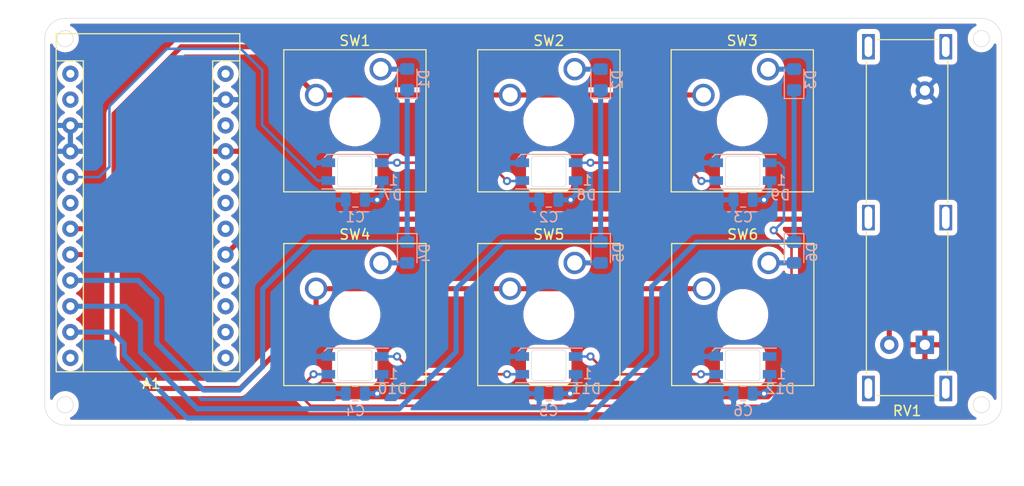
<source format=kicad_pcb>
(kicad_pcb (version 20171130) (host pcbnew "(5.1.5)-3")
  (layers (0 F.Cu signal) (31 B.Cu signal) (34 B.Paste user) (35 F.Paste user hide) (36 B.SilkS user) (37 F.SilkS user) (38 B.Mask user) (39 F.Mask user hide) (44 Edge.Cuts user))
  (net 0 "")
  (net 1 "Net-(A1-Pad17)")
  (net 2 COL3)
  (net 3 COL2)
  (net 4 COL1)
  (net 5 ROW2)
  (net 6 ROW1)
  (net 7 "Net-(D1-Pad2)")
  (net 8 "Net-(D2-Pad2)")
  (net 9 "Net-(D3-Pad2)")
  (net 10 "Net-(D4-Pad2)")
  (net 11 "Net-(D5-Pad2)")
  (net 12 "Net-(D6-Pad2)")
  (net 13 +5V)
  (net 14 GND)
  (net 15 LEDS)
  (net 16 "Net-(D7-Pad2)")
  (net 17 "Net-(D8-Pad2)")
  (net 18 "Net-(D10-Pad4)")
  (net 19 "Net-(D10-Pad2)")
  (net 20 "Net-(D11-Pad2)")
  (net 21 "Net-(A1-Pad1)")
  (net 22 "Net-(A1-Pad13)")
  (net 23 "Net-(A1-Pad14)")
  (net 24 "Net-(A1-Pad15)")
  (net 25 "Net-(A1-Pad16)")
  (net 26 "Net-(A1-Pad12)")
  (net 27 "Net-(A1-Pad18)")
  (net 28 "Net-(A1-Pad20)")
  (net 29 "Net-(A1-Pad22)")
  (net 30 "Net-(A1-Pad6)")
  (net 31 "Net-(A1-Pad24)")
  (net 32 "Net-(A1-Pad2)")
  (net 33 "Net-(D12-Pad2)")
  (module "Media Deck:Arduino_Pro_Micro" (layer F.Cu) (at 0 0)
    (fp_text reference A1 (at 9.48 35.93 180) (layer F.SilkS))
    (fp_text value Arduino_Pro_Micro)
    (fp_line (start 2.785 34.755) (end 15.485 34.755) (layer F.SilkS) (width 0.12))
    (fp_line (start 0.115 1.515) (end 0.115 34.755) (layer F.SilkS) (width 0.12))
    (fp_line (start 18.155 1.515) (end 0.115 1.515) (layer F.SilkS) (width 0.12))
    (fp_line (start 15.485 4.185) (end 18.155 4.185) (layer F.SilkS) (width 0.12))
    (fp_line (start 15.485 34.755) (end 15.485 4.185) (layer F.SilkS) (width 0.12))
    (fp_line (start 2.785 4.185) (end 0.115 4.185) (layer F.SilkS) (width 0.12))
    (fp_line (start 2.785 34.755) (end 2.785 4.185) (layer F.SilkS) (width 0.12))
    (fp_line (start 2.785 34.755) (end 0.115 34.755) (layer F.SilkS) (width 0.12))
    (fp_line (start 18.155 34.755) (end 18.155 1.515) (layer F.SilkS) (width 0.12))
    (fp_line (start 15.485 34.755) (end 18.155 34.755) (layer F.SilkS) (width 0.12))
    (pad 1 thru_hole oval (at 1.515 5.455 180) (size 1.6 1.6) (drill 0.8) (layers *.Cu *.Mask) (net 21 "Net-(A1-Pad1)"))
    (pad 24 thru_hole oval (at 16.755 5.455 180) (size 1.6 1.6) (drill 0.8) (layers *.Cu *.Mask) (net 31 "Net-(A1-Pad24)"))
    (pad 23 thru_hole oval (at 16.755 7.995 180) (size 1.6 1.6) (drill 0.8) (layers *.Cu *.Mask) (net 14 GND))
    (pad 22 thru_hole oval (at 16.755 10.535 180) (size 1.6 1.6) (drill 0.8) (layers *.Cu *.Mask) (net 29 "Net-(A1-Pad22)"))
    (pad 21 thru_hole oval (at 16.755 13.075 180) (size 1.6 1.6) (drill 0.8) (layers *.Cu *.Mask) (net 13 +5V))
    (pad 12 thru_hole oval (at 1.515 33.395 180) (size 1.6 1.6) (drill 0.8) (layers *.Cu *.Mask) (net 26 "Net-(A1-Pad12)"))
    (pad 20 thru_hole oval (at 16.755 15.615 180) (size 1.6 1.6) (drill 0.8) (layers *.Cu *.Mask) (net 28 "Net-(A1-Pad20)"))
    (pad 11 thru_hole oval (at 1.515 30.855 180) (size 1.6 1.6) (drill 0.8) (layers *.Cu *.Mask) (net 2 COL3))
    (pad 19 thru_hole oval (at 16.755 18.155 180) (size 1.6 1.6) (drill 0.8) (layers *.Cu *.Mask))
    (pad 10 thru_hole oval (at 1.515 28.315 180) (size 1.6 1.6) (drill 0.8) (layers *.Cu *.Mask) (net 3 COL2))
    (pad 18 thru_hole oval (at 16.755 20.695 180) (size 1.6 1.6) (drill 0.8) (layers *.Cu *.Mask) (net 27 "Net-(A1-Pad18)"))
    (pad 9 thru_hole oval (at 1.515 25.775 180) (size 1.6 1.6) (drill 0.8) (layers *.Cu *.Mask) (net 4 COL1))
    (pad 17 thru_hole oval (at 16.755 23.235 180) (size 1.6 1.6) (drill 0.8) (layers *.Cu *.Mask) (net 1 "Net-(A1-Pad17)"))
    (pad 8 thru_hole oval (at 1.515 23.235 180) (size 1.6 1.6) (drill 0.8) (layers *.Cu *.Mask) (net 5 ROW2))
    (pad 16 thru_hole oval (at 16.755 25.775 180) (size 1.6 1.6) (drill 0.8) (layers *.Cu *.Mask) (net 25 "Net-(A1-Pad16)"))
    (pad 7 thru_hole oval (at 1.515 20.695 180) (size 1.6 1.6) (drill 0.8) (layers *.Cu *.Mask) (net 6 ROW1))
    (pad 15 thru_hole oval (at 16.755 28.315 180) (size 1.6 1.6) (drill 0.8) (layers *.Cu *.Mask) (net 24 "Net-(A1-Pad15)"))
    (pad 6 thru_hole oval (at 1.515 18.155 180) (size 1.6 1.6) (drill 0.8) (layers *.Cu *.Mask) (net 30 "Net-(A1-Pad6)"))
    (pad 14 thru_hole oval (at 16.755 30.855 180) (size 1.6 1.6) (drill 0.8) (layers *.Cu *.Mask) (net 23 "Net-(A1-Pad14)"))
    (pad 5 thru_hole oval (at 1.515 15.615 180) (size 1.6 1.6) (drill 0.8) (layers *.Cu *.Mask) (net 15 LEDS))
    (pad 13 thru_hole oval (at 16.755 33.395 180) (size 1.6 1.6) (drill 0.8) (layers *.Cu *.Mask) (net 22 "Net-(A1-Pad13)"))
    (pad 4 thru_hole oval (at 1.515 13.075 180) (size 1.6 1.6) (drill 0.8) (layers *.Cu *.Mask) (net 14 GND))
    (pad 3 thru_hole oval (at 1.515 10.535 180) (size 1.6 1.6) (drill 0.8) (layers *.Cu *.Mask) (net 14 GND))
    (pad 2 thru_hole oval (at 1.515 7.995 180) (size 1.6 1.6) (drill 0.8) (layers *.Cu *.Mask) (net 32 "Net-(A1-Pad2)"))
  )
  (module "Media Deck:Pot_Slider_35mm" (layer F.Cu) (at 83.7 19.6)
    (fp_text reference RV1 (at 0 19) (layer F.SilkS))
    (fp_text value R_POT_Small)
    (fp_line (start -4 -15.4) (end -4 -1.4) (layer F.SilkS) (width 0.12))
    (fp_line (start 4 -15.4) (end 4 -1.4) (layer F.SilkS) (width 0.12))
    (fp_line (start -3 -17.5) (end 3 -17.5) (layer F.SilkS) (width 0.12))
    (fp_line (start -3 17.5) (end 3 17.5) (layer F.SilkS) (width 0.12))
    (fp_line (start 4 1.4) (end 4 15.4) (layer F.SilkS) (width 0.12))
    (fp_line (start -4 1.4) (end -4 15.4) (layer F.SilkS) (width 0.12))
    (pad "" thru_hole rect (at -3.8 0) (size 1.25 2.5) (drill oval 0.75 2.2) (layers *.Cu *.Mask))
    (pad "" thru_hole rect (at 3.8 0) (size 1.25 2.5) (drill oval 0.75 2.2) (layers *.Cu *.Mask))
    (pad "" thru_hole rect (at -3.8 16.8) (size 1.25 2.5) (drill oval 0.75 2) (layers *.Cu *.Mask))
    (pad "" thru_hole rect (at 3.8 16.8) (size 1.25 2.5) (drill oval 0.75 2) (layers *.Cu *.Mask))
    (pad "" thru_hole rect (at -3.8 -16.8) (size 1.25 2.5) (drill oval 0.75 2) (layers *.Cu *.Mask))
    (pad "" thru_hole rect (at 3.8 -16.8) (size 1.25 2.5) (drill oval 0.75 2) (layers *.Cu *.Mask))
    (pad 3 thru_hole circle (at 1.75 -12.5) (size 1.8 1.8) (drill 1) (layers *.Cu *.Mask) (net 14 GND))
    (pad 2 thru_hole circle (at -1.75 12.5) (size 1.8 1.8) (drill 1) (layers *.Cu *.Mask) (net 1 "Net-(A1-Pad17)"))
    (pad 1 thru_hole rect (at 1.75 12.5) (size 1.8 1.8) (drill 1) (layers *.Cu *.Mask) (net 13 +5V))
  )
  (module Button_Switch_Keyboard:SW_Cherry_MX_1.00u_Plate (layer F.Cu) (at 32 24.05)
    (fp_text reference SW4 (at -2.54 -2.794) (layer F.SilkS))
    (fp_text value SW_DIP_x01)
    (fp_line (start -9.525 12.065) (end -9.525 -1.905) (layer F.SilkS) (width 0.12))
    (fp_line (start 4.445 12.065) (end -9.525 12.065) (layer F.SilkS) (width 0.12))
    (fp_line (start 4.445 -1.905) (end 4.445 12.065) (layer F.SilkS) (width 0.12))
    (fp_line (start -9.525 -1.905) (end 4.445 -1.905) (layer F.SilkS) (width 0.12))
    (pad "" np_thru_hole circle (at -2.54 5.08) (size 4 4) (drill 4) (layers *.Cu *.Mask))
    (pad 2 thru_hole circle (at -6.35 2.54) (size 2.2 2.2) (drill 1.5) (layers *.Cu *.Mask) (net 5 ROW2))
    (pad 1 thru_hole circle (at 0 0) (size 2.2 2.2) (drill 1.5) (layers *.Cu *.Mask) (net 10 "Net-(D4-Pad2)"))
  )
  (module Button_Switch_Keyboard:SW_Cherry_MX_1.00u_Plate (layer F.Cu) (at 32 5)
    (fp_text reference SW1 (at -2.54 -2.794) (layer F.SilkS))
    (fp_text value SW_DIP_x01)
    (fp_line (start -9.525 12.065) (end -9.525 -1.905) (layer F.SilkS) (width 0.12))
    (fp_line (start 4.445 12.065) (end -9.525 12.065) (layer F.SilkS) (width 0.12))
    (fp_line (start 4.445 -1.905) (end 4.445 12.065) (layer F.SilkS) (width 0.12))
    (fp_line (start -9.525 -1.905) (end 4.445 -1.905) (layer F.SilkS) (width 0.12))
    (pad "" np_thru_hole circle (at -2.54 5.08) (size 4 4) (drill 4) (layers *.Cu *.Mask))
    (pad 2 thru_hole circle (at -6.35 2.54) (size 2.2 2.2) (drill 1.5) (layers *.Cu *.Mask) (net 6 ROW1))
    (pad 1 thru_hole circle (at 0 0) (size 2.2 2.2) (drill 1.5) (layers *.Cu *.Mask) (net 7 "Net-(D1-Pad2)"))
  )
  (module Button_Switch_Keyboard:SW_Cherry_MX_1.00u_Plate (layer F.Cu) (at 51.05 5)
    (fp_text reference SW2 (at -2.54 -2.794) (layer F.SilkS))
    (fp_text value SW_DIP_x01)
    (fp_line (start -9.525 12.065) (end -9.525 -1.905) (layer F.SilkS) (width 0.12))
    (fp_line (start 4.445 12.065) (end -9.525 12.065) (layer F.SilkS) (width 0.12))
    (fp_line (start 4.445 -1.905) (end 4.445 12.065) (layer F.SilkS) (width 0.12))
    (fp_line (start -9.525 -1.905) (end 4.445 -1.905) (layer F.SilkS) (width 0.12))
    (pad "" np_thru_hole circle (at -2.54 5.08) (size 4 4) (drill 4) (layers *.Cu *.Mask))
    (pad 2 thru_hole circle (at -6.35 2.54) (size 2.2 2.2) (drill 1.5) (layers *.Cu *.Mask) (net 6 ROW1))
    (pad 1 thru_hole circle (at 0 0) (size 2.2 2.2) (drill 1.5) (layers *.Cu *.Mask) (net 8 "Net-(D2-Pad2)"))
  )
  (module "Media Deck:LED_SK6812MINI_REVERSE" (layer B.Cu) (at 29.45 15.08)
    (fp_text reference D7 (at 3.7 2.3) (layer B.SilkS) (effects (justify mirror)))
    (fp_text value WS2812B)
    (fp_line (start -3 -1.4) (end -2.7 -1.7) (layer B.SilkS) (width 0.12))
    (fp_line (start -2.7 -1.7) (end 3.3 -1.7) (layer B.SilkS) (width 0.12))
    (fp_line (start -3.25 1.7) (end 3.3 1.7) (layer B.SilkS) (width 0.12))
    (fp_text user 1 (at 3.8 0.85) (layer B.SilkS) (effects (justify mirror)))
    (pad 1 smd rect (at 2.65 0.875) (size 1.34 0.85) (layers B.Cu B.Paste B.Mask) (net 13 +5V))
    (pad 2 smd rect (at 2.65 -0.875) (size 1.34 0.85) (layers B.Cu B.Paste B.Mask) (net 16 "Net-(D7-Pad2)"))
    (pad 4 smd rect (at -2.6 0.875) (size 1.34 0.85) (layers B.Cu B.Paste B.Mask) (net 15 LEDS))
    (pad 3 smd rect (at -2.6 -0.875) (size 1.34 0.85) (layers B.Cu B.Paste B.Mask) (net 14 GND))
  )
  (module "Media Deck:LED_SK6812MINI_REVERSE" (layer B.Cu) (at 67.55 34.13)
    (fp_text reference D12 (at 3.7 2.3) (layer B.SilkS) (effects (justify mirror)))
    (fp_text value WS2812B)
    (fp_line (start -3 -1.4) (end -2.7 -1.7) (layer B.SilkS) (width 0.12))
    (fp_line (start -2.7 -1.7) (end 3.3 -1.7) (layer B.SilkS) (width 0.12))
    (fp_line (start -3.25 1.7) (end 3.3 1.7) (layer B.SilkS) (width 0.12))
    (fp_text user 1 (at 3.8 0.85) (layer B.SilkS) (effects (justify mirror)))
    (pad 1 smd rect (at 2.65 0.875) (size 1.34 0.85) (layers B.Cu B.Paste B.Mask) (net 13 +5V))
    (pad 2 smd rect (at 2.65 -0.875) (size 1.34 0.85) (layers B.Cu B.Paste B.Mask) (net 33 "Net-(D12-Pad2)"))
    (pad 4 smd rect (at -2.6 0.875) (size 1.34 0.85) (layers B.Cu B.Paste B.Mask) (net 20 "Net-(D11-Pad2)"))
    (pad 3 smd rect (at -2.6 -0.875) (size 1.34 0.85) (layers B.Cu B.Paste B.Mask) (net 14 GND))
  )
  (module "Media Deck:LED_SK6812MINI_REVERSE" (layer B.Cu) (at 48.5 34.13)
    (fp_text reference D11 (at 3.7 2.3) (layer B.SilkS) (effects (justify mirror)))
    (fp_text value WS2812B)
    (fp_line (start -3 -1.4) (end -2.7 -1.7) (layer B.SilkS) (width 0.12))
    (fp_line (start -2.7 -1.7) (end 3.3 -1.7) (layer B.SilkS) (width 0.12))
    (fp_line (start -3.25 1.7) (end 3.3 1.7) (layer B.SilkS) (width 0.12))
    (fp_text user 1 (at 3.8 0.85) (layer B.SilkS) (effects (justify mirror)))
    (pad 1 smd rect (at 2.65 0.875) (size 1.34 0.85) (layers B.Cu B.Paste B.Mask) (net 13 +5V))
    (pad 2 smd rect (at 2.65 -0.875) (size 1.34 0.85) (layers B.Cu B.Paste B.Mask) (net 20 "Net-(D11-Pad2)"))
    (pad 4 smd rect (at -2.6 0.875) (size 1.34 0.85) (layers B.Cu B.Paste B.Mask) (net 19 "Net-(D10-Pad2)"))
    (pad 3 smd rect (at -2.6 -0.875) (size 1.34 0.85) (layers B.Cu B.Paste B.Mask) (net 14 GND))
  )
  (module "Media Deck:LED_SK6812MINI_REVERSE" (layer B.Cu) (at 29.45 34.13)
    (fp_text reference D10 (at 3.7 2.3) (layer B.SilkS) (effects (justify mirror)))
    (fp_text value WS2812B)
    (fp_line (start -3 -1.4) (end -2.7 -1.7) (layer B.SilkS) (width 0.12))
    (fp_line (start -2.7 -1.7) (end 3.3 -1.7) (layer B.SilkS) (width 0.12))
    (fp_line (start -3.25 1.7) (end 3.3 1.7) (layer B.SilkS) (width 0.12))
    (fp_text user 1 (at 3.8 0.85) (layer B.SilkS) (effects (justify mirror)))
    (pad 1 smd rect (at 2.65 0.875) (size 1.34 0.85) (layers B.Cu B.Paste B.Mask) (net 13 +5V))
    (pad 2 smd rect (at 2.65 -0.875) (size 1.34 0.85) (layers B.Cu B.Paste B.Mask) (net 19 "Net-(D10-Pad2)"))
    (pad 4 smd rect (at -2.6 0.875) (size 1.34 0.85) (layers B.Cu B.Paste B.Mask) (net 18 "Net-(D10-Pad4)"))
    (pad 3 smd rect (at -2.6 -0.875) (size 1.34 0.85) (layers B.Cu B.Paste B.Mask) (net 14 GND))
  )
  (module "Media Deck:LED_SK6812MINI_REVERSE" (layer B.Cu) (at 67.55 15.08)
    (fp_text reference D9 (at 3.7 2.3) (layer B.SilkS) (effects (justify mirror)))
    (fp_text value WS2812B)
    (fp_line (start -3 -1.4) (end -2.7 -1.7) (layer B.SilkS) (width 0.12))
    (fp_line (start -2.7 -1.7) (end 3.3 -1.7) (layer B.SilkS) (width 0.12))
    (fp_line (start -3.25 1.7) (end 3.3 1.7) (layer B.SilkS) (width 0.12))
    (fp_text user 1 (at 3.8 0.85) (layer B.SilkS) (effects (justify mirror)))
    (pad 1 smd rect (at 2.65 0.875) (size 1.34 0.85) (layers B.Cu B.Paste B.Mask) (net 13 +5V))
    (pad 2 smd rect (at 2.65 -0.875) (size 1.34 0.85) (layers B.Cu B.Paste B.Mask) (net 18 "Net-(D10-Pad4)"))
    (pad 4 smd rect (at -2.6 0.875) (size 1.34 0.85) (layers B.Cu B.Paste B.Mask) (net 17 "Net-(D8-Pad2)"))
    (pad 3 smd rect (at -2.6 -0.875) (size 1.34 0.85) (layers B.Cu B.Paste B.Mask) (net 14 GND))
  )
  (module "Media Deck:LED_SK6812MINI_REVERSE" (layer B.Cu) (at 48.5 15.08)
    (fp_text reference D8 (at 3.7 2.3) (layer B.SilkS) (effects (justify mirror)))
    (fp_text value WS2812B)
    (fp_line (start -3 -1.4) (end -2.7 -1.7) (layer B.SilkS) (width 0.12))
    (fp_line (start -2.7 -1.7) (end 3.3 -1.7) (layer B.SilkS) (width 0.12))
    (fp_line (start -3.25 1.7) (end 3.3 1.7) (layer B.SilkS) (width 0.12))
    (fp_text user 1 (at 3.8 0.85) (layer B.SilkS) (effects (justify mirror)))
    (pad 1 smd rect (at 2.65 0.875) (size 1.34 0.85) (layers B.Cu B.Paste B.Mask) (net 13 +5V))
    (pad 2 smd rect (at 2.65 -0.875) (size 1.34 0.85) (layers B.Cu B.Paste B.Mask) (net 17 "Net-(D8-Pad2)"))
    (pad 4 smd rect (at -2.6 0.875) (size 1.34 0.85) (layers B.Cu B.Paste B.Mask) (net 16 "Net-(D7-Pad2)"))
    (pad 3 smd rect (at -2.6 -0.875) (size 1.34 0.85) (layers B.Cu B.Paste B.Mask) (net 14 GND))
  )
  (module Capacitor_SMD:C_0805_2012Metric (layer B.Cu) (at 67.6 36.9)
    (fp_text reference C6 (at 0 1.7) (layer B.SilkS) (effects (justify mirror)))
    (fp_text value 104)
    (fp_line (start -0.258578 -0.71) (end 0.258578 -0.71) (layer B.SilkS) (width 0.12))
    (fp_line (start -0.258578 0.71) (end 0.258578 0.71) (layer B.SilkS) (width 0.12))
    (pad 2 smd roundrect (at 0.9375 0) (size 0.975 1.4) (layers B.Cu B.Paste B.Mask) (net 13 +5V))
    (pad 1 smd roundrect (at -0.9375 0) (size 0.975 1.4) (layers B.Cu B.Paste B.Mask) (net 14 GND))
  )
  (module Capacitor_SMD:C_0805_2012Metric (layer B.Cu) (at 48.5 36.9)
    (fp_text reference C5 (at 0 1.7) (layer B.SilkS) (effects (justify mirror)))
    (fp_text value 104)
    (fp_line (start -0.258578 -0.71) (end 0.258578 -0.71) (layer B.SilkS) (width 0.12))
    (fp_line (start -0.258578 0.71) (end 0.258578 0.71) (layer B.SilkS) (width 0.12))
    (pad 2 smd roundrect (at 0.9375 0) (size 0.975 1.4) (layers B.Cu B.Paste B.Mask) (net 13 +5V))
    (pad 1 smd roundrect (at -0.9375 0) (size 0.975 1.4) (layers B.Cu B.Paste B.Mask) (net 14 GND))
  )
  (module Capacitor_SMD:C_0805_2012Metric (layer B.Cu) (at 29.5 36.9)
    (fp_text reference C4 (at 0 1.7) (layer B.SilkS) (effects (justify mirror)))
    (fp_text value 104)
    (fp_line (start -0.258578 -0.71) (end 0.258578 -0.71) (layer B.SilkS) (width 0.12))
    (fp_line (start -0.258578 0.71) (end 0.258578 0.71) (layer B.SilkS) (width 0.12))
    (pad 2 smd roundrect (at 0.9375 0) (size 0.975 1.4) (layers B.Cu B.Paste B.Mask) (net 13 +5V))
    (pad 1 smd roundrect (at -0.9375 0) (size 0.975 1.4) (layers B.Cu B.Paste B.Mask) (net 14 GND))
  )
  (module Capacitor_SMD:C_0805_2012Metric (layer B.Cu) (at 67.6 17.85)
    (fp_text reference C3 (at 0 1.7) (layer B.SilkS) (effects (justify mirror)))
    (fp_text value 104)
    (fp_line (start -0.258578 -0.71) (end 0.258578 -0.71) (layer B.SilkS) (width 0.12))
    (fp_line (start -0.258578 0.71) (end 0.258578 0.71) (layer B.SilkS) (width 0.12))
    (pad 2 smd roundrect (at 0.9375 0) (size 0.975 1.4) (layers B.Cu B.Paste B.Mask) (net 13 +5V))
    (pad 1 smd roundrect (at -0.9375 0) (size 0.975 1.4) (layers B.Cu B.Paste B.Mask) (net 14 GND))
  )
  (module Capacitor_SMD:C_0805_2012Metric (layer B.Cu) (at 48.5 17.85)
    (fp_text reference C2 (at 0 1.7) (layer B.SilkS) (effects (justify mirror)))
    (fp_text value 104)
    (fp_line (start -0.258578 -0.71) (end 0.258578 -0.71) (layer B.SilkS) (width 0.12))
    (fp_line (start -0.258578 0.71) (end 0.258578 0.71) (layer B.SilkS) (width 0.12))
    (pad 2 smd roundrect (at 0.9375 0) (size 0.975 1.4) (layers B.Cu B.Paste B.Mask) (net 13 +5V))
    (pad 1 smd roundrect (at -0.9375 0) (size 0.975 1.4) (layers B.Cu B.Paste B.Mask) (net 14 GND))
  )
  (module Capacitor_SMD:C_0805_2012Metric (layer B.Cu) (at 29.5 17.85)
    (fp_text reference C1 (at 0 1.7) (layer B.SilkS) (effects (justify mirror)))
    (fp_text value 104)
    (fp_line (start -0.258578 -0.71) (end 0.258578 -0.71) (layer B.SilkS) (width 0.12))
    (fp_line (start -0.258578 0.71) (end 0.258578 0.71) (layer B.SilkS) (width 0.12))
    (pad 2 smd roundrect (at 0.9375 0) (size 0.975 1.4) (layers B.Cu B.Paste B.Mask) (net 13 +5V))
    (pad 1 smd roundrect (at -0.9375 0) (size 0.975 1.4) (layers B.Cu B.Paste B.Mask) (net 14 GND))
  )
  (module Button_Switch_Keyboard:SW_Cherry_MX_1.00u_Plate (layer F.Cu) (at 70.1 24.05)
    (fp_text reference SW6 (at -2.54 -2.794) (layer F.SilkS))
    (fp_text value SW_DIP_x01)
    (fp_line (start -9.525 12.065) (end -9.525 -1.905) (layer F.SilkS) (width 0.12))
    (fp_line (start 4.445 12.065) (end -9.525 12.065) (layer F.SilkS) (width 0.12))
    (fp_line (start 4.445 -1.905) (end 4.445 12.065) (layer F.SilkS) (width 0.12))
    (fp_line (start -9.525 -1.905) (end 4.445 -1.905) (layer F.SilkS) (width 0.12))
    (pad "" np_thru_hole circle (at -2.54 5.08) (size 4 4) (drill 4) (layers *.Cu *.Mask))
    (pad 2 thru_hole circle (at -6.35 2.54) (size 2.2 2.2) (drill 1.5) (layers *.Cu *.Mask) (net 5 ROW2))
    (pad 1 thru_hole circle (at 0 0) (size 2.2 2.2) (drill 1.5) (layers *.Cu *.Mask) (net 12 "Net-(D6-Pad2)"))
  )
  (module Button_Switch_Keyboard:SW_Cherry_MX_1.00u_Plate (layer F.Cu) (at 51.05 24.05)
    (fp_text reference SW5 (at -2.54 -2.794) (layer F.SilkS))
    (fp_text value SW_DIP_x01)
    (fp_line (start -9.525 12.065) (end -9.525 -1.905) (layer F.SilkS) (width 0.12))
    (fp_line (start 4.445 12.065) (end -9.525 12.065) (layer F.SilkS) (width 0.12))
    (fp_line (start 4.445 -1.905) (end 4.445 12.065) (layer F.SilkS) (width 0.12))
    (fp_line (start -9.525 -1.905) (end 4.445 -1.905) (layer F.SilkS) (width 0.12))
    (pad "" np_thru_hole circle (at -2.54 5.08) (size 4 4) (drill 4) (layers *.Cu *.Mask))
    (pad 2 thru_hole circle (at -6.35 2.54) (size 2.2 2.2) (drill 1.5) (layers *.Cu *.Mask) (net 5 ROW2))
    (pad 1 thru_hole circle (at 0 0) (size 2.2 2.2) (drill 1.5) (layers *.Cu *.Mask) (net 11 "Net-(D5-Pad2)"))
  )
  (module Button_Switch_Keyboard:SW_Cherry_MX_1.00u_Plate (layer F.Cu) (at 70.05 5)
    (fp_text reference SW3 (at -2.54 -2.794) (layer F.SilkS))
    (fp_text value SW_DIP_x01)
    (fp_line (start -9.525 12.065) (end -9.525 -1.905) (layer F.SilkS) (width 0.12))
    (fp_line (start 4.445 12.065) (end -9.525 12.065) (layer F.SilkS) (width 0.12))
    (fp_line (start 4.445 -1.905) (end 4.445 12.065) (layer F.SilkS) (width 0.12))
    (fp_line (start -9.525 -1.905) (end 4.445 -1.905) (layer F.SilkS) (width 0.12))
    (pad "" np_thru_hole circle (at -2.54 5.08) (size 4 4) (drill 4) (layers *.Cu *.Mask))
    (pad 2 thru_hole circle (at -6.35 2.54) (size 2.2 2.2) (drill 1.5) (layers *.Cu *.Mask) (net 6 ROW1))
    (pad 1 thru_hole circle (at 0 0) (size 2.2 2.2) (drill 1.5) (layers *.Cu *.Mask) (net 9 "Net-(D3-Pad2)"))
  )
  (module Diode_SMD:D_0805_2012Metric_Pad1.15x1.40mm_HandSolder (layer B.Cu) (at 72.6 23.025 270)
    (fp_text reference D6 (at -0.025 -1.75 90) (layer B.SilkS) (effects (justify mirror)))
    (fp_text value D)
    (fp_line (start -1.86 -0.96) (end 1 -0.96) (layer B.SilkS) (width 0.12))
    (fp_line (start -1.86 0.96) (end -1.86 -0.96) (layer B.SilkS) (width 0.12))
    (fp_line (start 1 0.96) (end -1.86 0.96) (layer B.SilkS) (width 0.12))
    (pad 2 smd roundrect (at 1.025 0 270) (size 1.15 1.4) (layers B.Cu B.Paste B.Mask) (roundrect_rratio 0.217391) (net 12 "Net-(D6-Pad2)"))
    (pad 1 smd roundrect (at -1.025 0 270) (size 1.15 1.4) (layers B.Cu B.Paste B.Mask) (roundrect_rratio 0.217391) (net 2 COL3))
  )
  (module Diode_SMD:D_0805_2012Metric_Pad1.15x1.40mm_HandSolder (layer B.Cu) (at 53.6 23.025 270)
    (fp_text reference D5 (at 0.025 -1.75 90) (layer B.SilkS) (effects (justify mirror)))
    (fp_text value D)
    (fp_line (start -1.86 -0.96) (end 1 -0.96) (layer B.SilkS) (width 0.12))
    (fp_line (start -1.86 0.96) (end -1.86 -0.96) (layer B.SilkS) (width 0.12))
    (fp_line (start 1 0.96) (end -1.86 0.96) (layer B.SilkS) (width 0.12))
    (pad 2 smd roundrect (at 1.025 0 270) (size 1.15 1.4) (layers B.Cu B.Paste B.Mask) (roundrect_rratio 0.217391) (net 11 "Net-(D5-Pad2)"))
    (pad 1 smd roundrect (at -1.025 0 270) (size 1.15 1.4) (layers B.Cu B.Paste B.Mask) (roundrect_rratio 0.217391) (net 3 COL2))
  )
  (module Diode_SMD:D_0805_2012Metric_Pad1.15x1.40mm_HandSolder (layer B.Cu) (at 34.6 23.025 270)
    (fp_text reference D4 (at 0.075 -1.7 90) (layer B.SilkS) (effects (justify mirror)))
    (fp_text value D)
    (fp_line (start -1.86 -0.96) (end 1 -0.96) (layer B.SilkS) (width 0.12))
    (fp_line (start -1.86 0.96) (end -1.86 -0.96) (layer B.SilkS) (width 0.12))
    (fp_line (start 1 0.96) (end -1.86 0.96) (layer B.SilkS) (width 0.12))
    (pad 2 smd roundrect (at 1.025 0 270) (size 1.15 1.4) (layers B.Cu B.Paste B.Mask) (roundrect_rratio 0.217391) (net 10 "Net-(D4-Pad2)"))
    (pad 1 smd roundrect (at -1.025 0 270) (size 1.15 1.4) (layers B.Cu B.Paste B.Mask) (roundrect_rratio 0.217391) (net 4 COL1))
  )
  (module Diode_SMD:D_0805_2012Metric_Pad1.15x1.40mm_HandSolder (layer B.Cu) (at 72.6 6.025 90)
    (fp_text reference D3 (at 0 1.65 90) (layer B.SilkS) (effects (justify mirror)))
    (fp_text value D)
    (fp_line (start -1.86 -0.96) (end 1 -0.96) (layer B.SilkS) (width 0.12))
    (fp_line (start -1.86 0.96) (end -1.86 -0.96) (layer B.SilkS) (width 0.12))
    (fp_line (start 1 0.96) (end -1.86 0.96) (layer B.SilkS) (width 0.12))
    (pad 2 smd roundrect (at 1.025 0 90) (size 1.15 1.4) (layers B.Cu B.Paste B.Mask) (roundrect_rratio 0.217391) (net 9 "Net-(D3-Pad2)"))
    (pad 1 smd roundrect (at -1.025 0 90) (size 1.15 1.4) (layers B.Cu B.Paste B.Mask) (roundrect_rratio 0.217391) (net 2 COL3))
  )
  (module Diode_SMD:D_0805_2012Metric_Pad1.15x1.40mm_HandSolder (layer B.Cu) (at 53.6 6.025 90)
    (fp_text reference D2 (at 0 1.65 90) (layer B.SilkS) (effects (justify mirror)))
    (fp_text value D)
    (fp_line (start -1.86 -0.96) (end 1 -0.96) (layer B.SilkS) (width 0.12))
    (fp_line (start -1.86 0.96) (end -1.86 -0.96) (layer B.SilkS) (width 0.12))
    (fp_line (start 1 0.96) (end -1.86 0.96) (layer B.SilkS) (width 0.12))
    (pad 2 smd roundrect (at 1.025 0 90) (size 1.15 1.4) (layers B.Cu B.Paste B.Mask) (roundrect_rratio 0.217391) (net 8 "Net-(D2-Pad2)"))
    (pad 1 smd roundrect (at -1.025 0 90) (size 1.15 1.4) (layers B.Cu B.Paste B.Mask) (roundrect_rratio 0.217391) (net 3 COL2))
  )
  (module Diode_SMD:D_0805_2012Metric_Pad1.15x1.40mm_HandSolder (layer B.Cu) (at 34.6 6 90)
    (fp_text reference D1 (at 0 1.65 90) (layer B.SilkS) (effects (justify mirror)))
    (fp_text value D)
    (fp_line (start -1.86 -0.96) (end 1 -0.96) (layer B.SilkS) (width 0.12))
    (fp_line (start -1.86 0.96) (end -1.86 -0.96) (layer B.SilkS) (width 0.12))
    (fp_line (start 1 0.96) (end -1.86 0.96) (layer B.SilkS) (width 0.12))
    (pad 2 smd roundrect (at 1.025 0 90) (size 1.15 1.4) (layers B.Cu B.Paste B.Mask) (roundrect_rratio 0.217391) (net 7 "Net-(D1-Pad2)"))
    (pad 1 smd roundrect (at -1.025 0 90) (size 1.15 1.4) (layers B.Cu B.Paste B.Mask) (roundrect_rratio 0.217391) (net 4 COL1))
  )
  (gr_arc (start 1 38) (end -1 38) (angle -90) (layer Edge.Cuts) (width 0.05))
  (gr_arc (start 91 38) (end 91 40) (angle -90) (layer Edge.Cuts) (width 0.05))
  (gr_arc (start 91 2) (end 93 2) (angle -90) (layer Edge.Cuts) (width 0.05))
  (gr_arc (start 1 2) (end 1 0) (angle -90) (layer Edge.Cuts) (width 0.05))
  (gr_line (start 68.95 35.625) (end 66.15 35.625) (layer Edge.Cuts) (width 0.05))
  (gr_line (start 49.9 35.625) (end 47.1 35.625) (layer Edge.Cuts) (width 0.05))
  (gr_line (start 30.85 35.625) (end 28.05 35.625) (layer Edge.Cuts) (width 0.05))
  (gr_line (start 68.95 16.575) (end 66.15 16.575) (layer Edge.Cuts) (width 0.05))
  (gr_line (start 49.9 16.575) (end 47.1 16.575) (layer Edge.Cuts) (width 0.05))
  (gr_line (start 65.85 35.325) (end 65.85 32.925) (layer Edge.Cuts) (width 0.05))
  (gr_line (start 46.8 35.325) (end 46.8 32.925) (layer Edge.Cuts) (width 0.05))
  (gr_line (start 27.75 35.325) (end 27.75 32.925) (layer Edge.Cuts) (width 0.05))
  (gr_line (start 65.85 16.275) (end 65.85 13.875) (layer Edge.Cuts) (width 0.05))
  (gr_line (start 46.8 16.275) (end 46.8 13.875) (layer Edge.Cuts) (width 0.05))
  (gr_arc (start 68.95 35.325) (end 68.95 35.625) (angle -90) (layer Edge.Cuts) (width 0.05))
  (gr_arc (start 49.9 35.325) (end 49.9 35.625) (angle -90) (layer Edge.Cuts) (width 0.05))
  (gr_arc (start 30.85 35.325) (end 30.85 35.625) (angle -90) (layer Edge.Cuts) (width 0.05))
  (gr_arc (start 68.95 16.275) (end 68.95 16.575) (angle -90) (layer Edge.Cuts) (width 0.05))
  (gr_arc (start 49.9 16.275) (end 49.9 16.575) (angle -90) (layer Edge.Cuts) (width 0.05))
  (gr_line (start 69.25 32.925) (end 69.25 35.325) (layer Edge.Cuts) (width 0.05))
  (gr_line (start 50.2 32.925) (end 50.2 35.325) (layer Edge.Cuts) (width 0.05))
  (gr_line (start 31.15 32.925) (end 31.15 35.325) (layer Edge.Cuts) (width 0.05))
  (gr_line (start 69.25 13.875) (end 69.25 16.275) (layer Edge.Cuts) (width 0.05))
  (gr_line (start 50.2 13.875) (end 50.2 16.275) (layer Edge.Cuts) (width 0.05))
  (gr_arc (start 66.15 32.925) (end 66.15 32.625) (angle -90) (layer Edge.Cuts) (width 0.05))
  (gr_arc (start 47.1 32.925) (end 47.1 32.625) (angle -90) (layer Edge.Cuts) (width 0.05))
  (gr_arc (start 28.05 32.925) (end 28.05 32.625) (angle -90) (layer Edge.Cuts) (width 0.05))
  (gr_arc (start 66.15 13.875) (end 66.15 13.575) (angle -90) (layer Edge.Cuts) (width 0.05))
  (gr_arc (start 47.1 13.875) (end 47.1 13.575) (angle -90) (layer Edge.Cuts) (width 0.05))
  (gr_arc (start 66.15 35.325) (end 65.85 35.325) (angle -90) (layer Edge.Cuts) (width 0.05))
  (gr_arc (start 47.1 35.325) (end 46.8 35.325) (angle -90) (layer Edge.Cuts) (width 0.05))
  (gr_arc (start 28.05 35.325) (end 27.75 35.325) (angle -90) (layer Edge.Cuts) (width 0.05))
  (gr_arc (start 66.15 16.275) (end 65.85 16.275) (angle -90) (layer Edge.Cuts) (width 0.05))
  (gr_arc (start 47.1 16.275) (end 46.8 16.275) (angle -90) (layer Edge.Cuts) (width 0.05))
  (gr_arc (start 68.95 32.925) (end 69.25 32.925) (angle -90) (layer Edge.Cuts) (width 0.05))
  (gr_arc (start 49.9 32.925) (end 50.2 32.925) (angle -90) (layer Edge.Cuts) (width 0.05))
  (gr_arc (start 30.85 32.925) (end 31.15 32.925) (angle -90) (layer Edge.Cuts) (width 0.05))
  (gr_arc (start 68.95 13.875) (end 69.25 13.875) (angle -90) (layer Edge.Cuts) (width 0.05))
  (gr_arc (start 49.9 13.875) (end 50.2 13.875) (angle -90) (layer Edge.Cuts) (width 0.05))
  (gr_line (start 66.15 32.625) (end 68.95 32.625) (layer Edge.Cuts) (width 0.05))
  (gr_line (start 47.1 32.625) (end 49.9 32.625) (layer Edge.Cuts) (width 0.05))
  (gr_line (start 28.05 32.625) (end 30.85 32.625) (layer Edge.Cuts) (width 0.05))
  (gr_line (start 66.15 13.575) (end 68.95 13.575) (layer Edge.Cuts) (width 0.05))
  (gr_line (start 47.1 13.575) (end 49.9 13.575) (layer Edge.Cuts) (width 0.05))
  (gr_arc (start 30.85 16.275) (end 30.85 16.575) (angle -90) (layer Edge.Cuts) (width 0.05))
  (gr_arc (start 28.05 16.275) (end 27.75 16.275) (angle -90) (layer Edge.Cuts) (width 0.05))
  (gr_arc (start 30.85 13.875) (end 31.15 13.875) (angle -90) (layer Edge.Cuts) (width 0.05))
  (gr_arc (start 28.05 13.875) (end 28.05 13.575) (angle -90) (layer Edge.Cuts) (width 0.05))
  (gr_line (start 27.75 16.275) (end 27.75 13.875) (layer Edge.Cuts) (width 0.05))
  (gr_line (start 30.85 16.575) (end 28.05 16.575) (layer Edge.Cuts) (width 0.05))
  (gr_line (start 31.15 13.875) (end 31.15 16.275) (layer Edge.Cuts) (width 0.05))
  (gr_line (start 28.05 13.575) (end 30.85 13.575) (layer Edge.Cuts) (width 0.05))
  (gr_circle (center 91 2) (end 91.8 2) (layer Edge.Cuts) (width 0.05))
  (gr_circle (center 91 38) (end 91.8 38) (layer Edge.Cuts) (width 0.05))
  (gr_circle (center 1 38) (end 1.8 38) (layer Edge.Cuts) (width 0.05))
  (gr_circle (center 1 2) (end 1.8 2) (layer Edge.Cuts) (width 0.05))
  (gr_line (start -1 38) (end -1 2) (layer Edge.Cuts) (width 0.05))
  (gr_line (start 1 40) (end 91 40) (layer Edge.Cuts) (width 0.05))
  (gr_line (start 93 2) (end 93 38) (layer Edge.Cuts) (width 0.05))
  (gr_line (start 1 0) (end 91 0) (layer Edge.Cuts) (width 0.05))
  (segment (start 20.24 19.75) (end 16.755 23.235) (width 0.5) (layer F.Cu) (net 1))
  (segment (start 76.15 19.75) (end 20.24 19.75) (width 0.5) (layer F.Cu) (net 1))
  (segment (start 81.95 32.1) (end 81.95 25.55) (width 0.5) (layer F.Cu) (net 1))
  (segment (start 81.95 25.55) (end 76.15 19.75) (width 0.5) (layer F.Cu) (net 1))
  (segment (start 72.6 21.425) (end 72.6 7.05) (width 0.5) (layer B.Cu) (net 2))
  (segment (start 72.6 22) (end 72.6 21.425) (width 0.5) (layer B.Cu) (net 2))
  (segment (start 5.655 30.855) (end 1.515 30.855) (width 0.5) (layer B.Cu) (net 2))
  (segment (start 6.8 32) (end 5.655 30.855) (width 0.5) (layer B.Cu) (net 2))
  (segment (start 13 39.3) (end 6.8 33.1) (width 0.5) (layer B.Cu) (net 2))
  (segment (start 63 22) (end 58.6 26.4) (width 0.5) (layer B.Cu) (net 2))
  (segment (start 6.8 33.1) (end 6.8 32) (width 0.5) (layer B.Cu) (net 2))
  (segment (start 72.6 22) (end 63 22) (width 0.5) (layer B.Cu) (net 2))
  (segment (start 58.6 26.4) (end 58.6 33) (width 0.5) (layer B.Cu) (net 2))
  (segment (start 52.3 39.3) (end 13 39.3) (width 0.5) (layer B.Cu) (net 2))
  (segment (start 58.6 33) (end 52.3 39.3) (width 0.5) (layer B.Cu) (net 2))
  (segment (start 53.6 7.625) (end 53.6 22) (width 0.5) (layer B.Cu) (net 3))
  (segment (start 53.6 7.05) (end 53.6 7.625) (width 0.5) (layer B.Cu) (net 3))
  (segment (start 44 22) (end 53.6 22) (width 0.5) (layer B.Cu) (net 3))
  (segment (start 39.4 26.6) (end 44 22) (width 0.5) (layer B.Cu) (net 3))
  (segment (start 33.8 38.4) (end 39.4 32.8) (width 0.5) (layer B.Cu) (net 3))
  (segment (start 1.515 28.315) (end 6.915 28.315) (width 0.5) (layer B.Cu) (net 3))
  (segment (start 8.4 32.8) (end 14 38.4) (width 0.5) (layer B.Cu) (net 3))
  (segment (start 39.4 32.8) (end 39.4 26.6) (width 0.5) (layer B.Cu) (net 3))
  (segment (start 8.4 29.8) (end 8.4 32.8) (width 0.5) (layer B.Cu) (net 3))
  (segment (start 6.915 28.315) (end 8.4 29.8) (width 0.5) (layer B.Cu) (net 3))
  (segment (start 14 38.4) (end 33.8 38.4) (width 0.5) (layer B.Cu) (net 3))
  (segment (start 34.6 21.425) (end 34.6 7.025) (width 0.5) (layer B.Cu) (net 4))
  (segment (start 34.6 22) (end 34.6 21.425) (width 0.5) (layer B.Cu) (net 4))
  (segment (start 25 22) (end 34.6 22) (width 0.5) (layer B.Cu) (net 4))
  (segment (start 20.4 34.25) (end 20.4 26.6) (width 0.5) (layer B.Cu) (net 4))
  (segment (start 18.1 36.55) (end 20.4 34.25) (width 0.5) (layer B.Cu) (net 4))
  (segment (start 20.4 26.6) (end 25 22) (width 0.5) (layer B.Cu) (net 4))
  (segment (start 8.175 25.775) (end 10 27.6) (width 0.5) (layer B.Cu) (net 4))
  (segment (start 1.515 25.775) (end 8.175 25.775) (width 0.5) (layer B.Cu) (net 4))
  (segment (start 10 27.6) (end 10 31.95) (width 0.5) (layer B.Cu) (net 4))
  (segment (start 10 31.95) (end 14.6 36.55) (width 0.5) (layer B.Cu) (net 4))
  (segment (start 14.6 36.55) (end 18.1 36.55) (width 0.5) (layer B.Cu) (net 4))
  (segment (start 25.65 26.59) (end 44.7 26.59) (width 0.5) (layer F.Cu) (net 5))
  (segment (start 44.7 26.59) (end 63.75 26.59) (width 0.5) (layer F.Cu) (net 5))
  (segment (start 4.435 23.235) (end 1.515 23.235) (width 0.5) (layer F.Cu) (net 5))
  (segment (start 5.6 24.4) (end 4.435 23.235) (width 0.5) (layer F.Cu) (net 5))
  (segment (start 25.65 28.95) (end 18.2 36.4) (width 0.5) (layer F.Cu) (net 5))
  (segment (start 25.65 26.59) (end 25.65 28.95) (width 0.5) (layer F.Cu) (net 5))
  (segment (start 18.2 36.4) (end 7.4 36.4) (width 0.5) (layer F.Cu) (net 5))
  (segment (start 7.4 36.4) (end 5.6 34.6) (width 0.5) (layer F.Cu) (net 5))
  (segment (start 5.6 34.6) (end 5.6 24.4) (width 0.5) (layer F.Cu) (net 5))
  (segment (start 4.505 20.695) (end 1.515 20.695) (width 0.5) (layer F.Cu) (net 6))
  (segment (start 20.91 2.8) (end 12.4 2.8) (width 0.5) (layer F.Cu) (net 6))
  (segment (start 25.65 7.54) (end 20.91 2.8) (width 0.5) (layer F.Cu) (net 6))
  (segment (start 5.8 9.4) (end 5.8 19.4) (width 0.5) (layer F.Cu) (net 6))
  (segment (start 12.4 2.8) (end 5.8 9.4) (width 0.5) (layer F.Cu) (net 6))
  (segment (start 5.8 19.4) (end 4.505 20.695) (width 0.5) (layer F.Cu) (net 6))
  (segment (start 27.205634 7.54) (end 44.7 7.54) (width 0.5) (layer F.Cu) (net 6))
  (segment (start 25.65 7.54) (end 27.205634 7.54) (width 0.5) (layer F.Cu) (net 6))
  (segment (start 44.7 7.54) (end 63.75 7.54) (width 0.5) (layer F.Cu) (net 6))
  (segment (start 34.575 5) (end 34.6 4.975) (width 0.5) (layer B.Cu) (net 7))
  (segment (start 32 5) (end 34.575 5) (width 0.5) (layer B.Cu) (net 7))
  (segment (start 51.05 5) (end 53.6 5) (width 0.5) (layer B.Cu) (net 8))
  (segment (start 70.1 5) (end 72.6 5) (width 0.5) (layer B.Cu) (net 9))
  (segment (start 32 24.05) (end 34.6 24.05) (width 0.5) (layer B.Cu) (net 10))
  (segment (start 51.05 24.05) (end 53.6 24.05) (width 0.5) (layer B.Cu) (net 11))
  (segment (start 70.1 24.05) (end 72.6 24.05) (width 0.5) (layer B.Cu) (net 12))
  (via (at 31.65 17.85) (size 0.8) (drill 0.4) (layers F.Cu B.Cu) (net 13))
  (segment (start 30.4375 17.85) (end 31.65 17.85) (width 0.5) (layer B.Cu) (net 13))
  (segment (start 32.1 17.4) (end 31.65 17.85) (width 0.5) (layer B.Cu) (net 13))
  (segment (start 32.1 15.955) (end 32.1 17.4) (width 0.5) (layer B.Cu) (net 13))
  (via (at 50.65 17.85) (size 0.8) (drill 0.4) (layers F.Cu B.Cu) (net 13))
  (segment (start 49.4375 17.85) (end 50.65 17.85) (width 0.5) (layer B.Cu) (net 13))
  (segment (start 51.15 17.35) (end 50.65 17.85) (width 0.5) (layer B.Cu) (net 13))
  (segment (start 51.15 15.955) (end 51.15 17.35) (width 0.5) (layer B.Cu) (net 13))
  (via (at 69.65 17.85) (size 0.8) (drill 0.4) (layers F.Cu B.Cu) (net 13))
  (segment (start 68.5375 17.85) (end 69.65 17.85) (width 0.5) (layer B.Cu) (net 13))
  (segment (start 70.2 17.3) (end 69.65 17.85) (width 0.5) (layer B.Cu) (net 13))
  (segment (start 70.2 15.955) (end 70.2 17.3) (width 0.5) (layer B.Cu) (net 13))
  (via (at 69.65 36.9) (size 0.8) (drill 0.4) (layers F.Cu B.Cu) (net 13))
  (segment (start 68.5375 36.9) (end 69.65 36.9) (width 0.5) (layer B.Cu) (net 13))
  (segment (start 70.2 36.35) (end 69.65 36.9) (width 0.5) (layer B.Cu) (net 13))
  (segment (start 70.2 35.005) (end 70.2 36.35) (width 0.5) (layer B.Cu) (net 13))
  (via (at 50.6 36.9) (size 0.8) (drill 0.4) (layers F.Cu B.Cu) (net 13))
  (segment (start 49.4375 36.9) (end 50.6 36.9) (width 0.5) (layer B.Cu) (net 13))
  (segment (start 51.15 36.35) (end 50.6 36.9) (width 0.5) (layer B.Cu) (net 13))
  (segment (start 51.15 35.005) (end 51.15 36.35) (width 0.5) (layer B.Cu) (net 13))
  (via (at 31.65 36.9) (size 0.8) (drill 0.4) (layers F.Cu B.Cu) (net 13))
  (segment (start 30.4375 36.9) (end 31.65 36.9) (width 0.5) (layer B.Cu) (net 13))
  (segment (start 32.1 36.45) (end 31.65 36.9) (width 0.5) (layer B.Cu) (net 13))
  (segment (start 32.1 35.005) (end 32.1 36.45) (width 0.5) (layer B.Cu) (net 13))
  (segment (start 16.655 30.855) (end 16.755 30.855) (width 0.5) (layer B.Cu) (net 23))
  (segment (start 25.805 15.955) (end 26.85 15.955) (width 0.25) (layer B.Cu) (net 15))
  (segment (start 20.35 10.5) (end 25.805 15.955) (width 0.25) (layer B.Cu) (net 15))
  (segment (start 20.35 5.1) (end 20.35 10.5) (width 0.25) (layer B.Cu) (net 15))
  (segment (start 1.515 15.615) (end 4.335 15.615) (width 0.25) (layer B.Cu) (net 15))
  (segment (start 4.335 15.615) (end 5.35 14.6) (width 0.25) (layer B.Cu) (net 15))
  (segment (start 5.35 14.6) (end 5.35 8.65) (width 0.25) (layer B.Cu) (net 15))
  (segment (start 5.35 8.65) (end 11 3) (width 0.25) (layer B.Cu) (net 15))
  (segment (start 18.25 3) (end 20.35 5.1) (width 0.25) (layer B.Cu) (net 15))
  (segment (start 11 3) (end 18.25 3) (width 0.25) (layer B.Cu) (net 15))
  (via (at 33.6 14.2) (size 0.8) (drill 0.4) (layers F.Cu B.Cu) (net 16))
  (segment (start 32.1 14.205) (end 33.595 14.205) (width 0.25) (layer B.Cu) (net 16))
  (segment (start 33.595 14.205) (end 33.6 14.2) (width 0.25) (layer B.Cu) (net 16))
  (via (at 44.4 16) (size 0.8) (drill 0.4) (layers F.Cu B.Cu) (net 16))
  (segment (start 45.855 16) (end 45.9 15.955) (width 0.25) (layer B.Cu) (net 16))
  (segment (start 44.4 16) (end 45.855 16) (width 0.25) (layer B.Cu) (net 16))
  (segment (start 42.6 14.2) (end 44.4 16) (width 0.25) (layer F.Cu) (net 16))
  (segment (start 33.6 14.2) (end 42.6 14.2) (width 0.25) (layer F.Cu) (net 16))
  (via (at 52.6 14.2) (size 0.8) (drill 0.4) (layers F.Cu B.Cu) (net 17))
  (segment (start 52.595 14.205) (end 52.6 14.2) (width 0.25) (layer B.Cu) (net 17))
  (segment (start 51.15 14.205) (end 52.595 14.205) (width 0.25) (layer B.Cu) (net 17))
  (via (at 63.5 16) (size 0.8) (drill 0.4) (layers F.Cu B.Cu) (net 17))
  (segment (start 64.905 16) (end 64.95 15.955) (width 0.25) (layer B.Cu) (net 17))
  (segment (start 63.5 16) (end 64.905 16) (width 0.25) (layer B.Cu) (net 17))
  (segment (start 61.7 14.2) (end 63.5 16) (width 0.25) (layer F.Cu) (net 17))
  (segment (start 52.6 14.2) (end 61.7 14.2) (width 0.25) (layer F.Cu) (net 17))
  (via (at 70.6 20.85) (size 0.8) (drill 0.4) (layers F.Cu B.Cu) (net 18))
  (segment (start 71.6 19.9) (end 70.65 20.85) (width 0.25) (layer B.Cu) (net 18))
  (segment (start 70.65 20.85) (end 70.6 20.85) (width 0.25) (layer B.Cu) (net 18))
  (segment (start 70.6 20.85) (end 72.35 22.6) (width 0.25) (layer F.Cu) (net 18))
  (segment (start 72.35 22.6) (end 72.35 36.15) (width 0.25) (layer F.Cu) (net 18))
  (segment (start 72.35 36.15) (end 70.4 38.1) (width 0.25) (layer F.Cu) (net 18))
  (segment (start 70.4 38.1) (end 27.8 38.1) (width 0.25) (layer F.Cu) (net 18))
  (segment (start 27.8 38.1) (end 25.6 38.1) (width 0.25) (layer F.Cu) (net 18))
  (segment (start 71.12 14.205) (end 70.2 14.205) (width 0.25) (layer B.Cu) (net 18))
  (segment (start 71.6 14.685) (end 71.12 14.205) (width 0.25) (layer B.Cu) (net 18))
  (segment (start 71.6 19.9) (end 71.6 14.685) (width 0.25) (layer B.Cu) (net 18))
  (segment (start 25.6 38.1) (end 25.1 38.1) (width 0.25) (layer F.Cu) (net 18))
  (segment (start 25.1 38.1) (end 24.2 37.2) (width 0.25) (layer F.Cu) (net 18))
  (via (at 25.4 35) (size 0.8) (drill 0.4) (layers F.Cu B.Cu) (net 18))
  (segment (start 24.2 37.2) (end 24.2 36.2) (width 0.25) (layer F.Cu) (net 18))
  (segment (start 24.2 36.2) (end 25.4 35) (width 0.25) (layer F.Cu) (net 18))
  (segment (start 26.845 35) (end 26.85 35.005) (width 0.25) (layer B.Cu) (net 18))
  (segment (start 25.4 35) (end 26.845 35) (width 0.25) (layer B.Cu) (net 18))
  (via (at 33.6 33.25) (size 0.8) (drill 0.4) (layers F.Cu B.Cu) (net 19))
  (segment (start 32.1 33.255) (end 33.595 33.255) (width 0.25) (layer B.Cu) (net 19))
  (segment (start 33.595 33.255) (end 33.6 33.25) (width 0.25) (layer B.Cu) (net 19))
  (via (at 44.4 35) (size 0.8) (drill 0.4) (layers F.Cu B.Cu) (net 19))
  (segment (start 33.6 33.25) (end 35.35 35) (width 0.25) (layer F.Cu) (net 19))
  (segment (start 35.35 35) (end 44.4 35) (width 0.25) (layer F.Cu) (net 19))
  (segment (start 45.895 35) (end 45.9 35.005) (width 0.25) (layer B.Cu) (net 19))
  (segment (start 44.4 35) (end 45.895 35) (width 0.25) (layer B.Cu) (net 19))
  (via (at 52.6 33.25) (size 0.8) (drill 0.4) (layers F.Cu B.Cu) (net 20))
  (segment (start 51.15 33.255) (end 52.595 33.255) (width 0.25) (layer B.Cu) (net 20))
  (segment (start 52.595 33.255) (end 52.6 33.25) (width 0.25) (layer B.Cu) (net 20))
  (via (at 63.45 35) (size 0.8) (drill 0.4) (layers F.Cu B.Cu) (net 20))
  (segment (start 52.6 33.25) (end 54.35 35) (width 0.25) (layer F.Cu) (net 20))
  (segment (start 54.35 35) (end 63.45 35) (width 0.25) (layer F.Cu) (net 20))
  (segment (start 64.945 35) (end 64.95 35.005) (width 0.25) (layer B.Cu) (net 20))
  (segment (start 63.45 35) (end 64.945 35) (width 0.25) (layer B.Cu) (net 20))
  (zone (net 13) (net_name +5V) (layer F.Cu) (connect_pads (clearance 0.508)) (min_thickness 0.254) (fill yes (arc_segments 32) (thermal_gap 0.508) (thermal_bridge_width 0.508))
    (polygon (pts (xy 93.4 46) (xy -5.4 46) (xy -5.4 -0.4) (xy 93.4 -0.4)))
  )
  (zone (net 14) (net_name GND) (layer B.Cu) (connect_pads (clearance 0.508)) (min_thickness 0.254) (fill yes (arc_segments 32) (thermal_gap 0.508) (thermal_bridge_width 0.508))
    (polygon (pts (xy 95.2 41.4) (xy -2.8 41.4) (xy -2.8 -1.8) (xy 95.2 -1.8)))
  )
)
</source>
